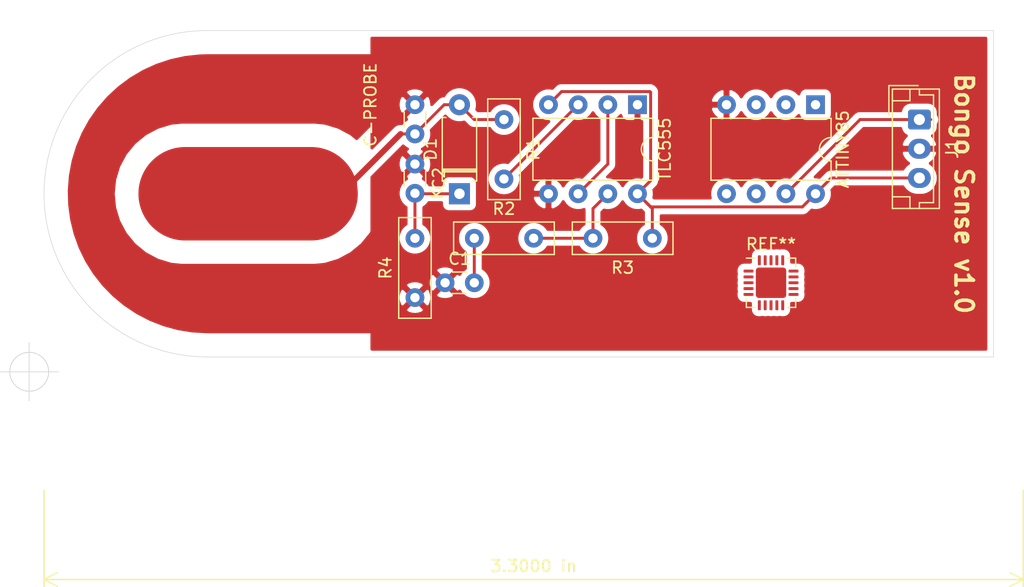
<source format=kicad_pcb>
(kicad_pcb (version 20171130) (host pcbnew "(5.1.5)-3")

  (general
    (thickness 1.6)
    (drawings 14)
    (tracks 38)
    (zones 0)
    (modules 12)
    (nets 15)
  )

  (page A4)
  (title_block
    (title "Bongo Soil Moisture Sensor")
    (rev 1.0)
    (company "Lapoulton (Pvt) Ltd")
  )

  (layers
    (0 F.Cu signal)
    (31 B.Cu signal)
    (33 F.Adhes user)
    (35 F.Paste user)
    (37 F.SilkS user)
    (38 B.Mask user)
    (39 F.Mask user)
    (40 Dwgs.User user)
    (41 Cmts.User user)
    (42 Eco1.User user)
    (43 Eco2.User user)
    (44 Edge.Cuts user)
    (45 Margin user)
    (46 B.CrtYd user)
    (47 F.CrtYd user)
    (49 F.Fab user)
  )

  (setup
    (last_trace_width 0.25)
    (trace_clearance 0.2)
    (zone_clearance 2)
    (zone_45_only no)
    (trace_min 0.2)
    (via_size 0.8)
    (via_drill 0.4)
    (via_min_size 0.4)
    (via_min_drill 0.3)
    (uvia_size 0.3)
    (uvia_drill 0.1)
    (uvias_allowed no)
    (uvia_min_size 0.2)
    (uvia_min_drill 0.1)
    (edge_width 0.05)
    (segment_width 0.2)
    (pcb_text_width 0.3)
    (pcb_text_size 1.5 1.5)
    (mod_edge_width 0.12)
    (mod_text_size 1 1)
    (mod_text_width 0.15)
    (pad_size 1.524 1.524)
    (pad_drill 0.762)
    (pad_to_mask_clearance 0.051)
    (solder_mask_min_width 0.25)
    (aux_axis_origin 13.97 44.45)
    (grid_origin 13.97 44.45)
    (visible_elements 7FFFFFFF)
    (pcbplotparams
      (layerselection 0x01000_7fffffff)
      (usegerberextensions false)
      (usegerberattributes false)
      (usegerberadvancedattributes false)
      (creategerberjobfile false)
      (excludeedgelayer true)
      (linewidth 0.100000)
      (plotframeref false)
      (viasonmask false)
      (mode 1)
      (useauxorigin false)
      (hpglpennumber 1)
      (hpglpenspeed 20)
      (hpglpendiameter 15.000000)
      (psnegative false)
      (psa4output false)
      (plotreference true)
      (plotvalue true)
      (plotinvisibletext false)
      (padsonsilk false)
      (subtractmaskfromsilk false)
      (outputformat 1)
      (mirror false)
      (drillshape 0)
      (scaleselection 1)
      (outputdirectory ""))
  )

  (net 0 "")
  (net 1 +3V3)
  (net 2 GND)
  (net 3 /1-Wire)
  (net 4 "Net-(U1-Pad3)")
  (net 5 "Net-(U1-Pad6)")
  (net 6 "Net-(U1-Pad2)")
  (net 7 "Net-(U1-Pad5)")
  (net 8 "Net-(U1-Pad1)")
  (net 9 "Net-(U2-Pad2)")
  (net 10 "Net-(C1-Pad2)")
  (net 11 "Net-(R1-Pad2)")
  (net 12 "Net-(R2-Pad2)")
  (net 13 "Net-(C2-Pad2)")
  (net 14 "Net-(C-PROBE1-Pad2)")

  (net_class Default "This is the default net class."
    (clearance 0.2)
    (trace_width 0.25)
    (via_dia 0.8)
    (via_drill 0.4)
    (uvia_dia 0.3)
    (uvia_drill 0.1)
    (add_net +3V3)
    (add_net /1-Wire)
    (add_net "Net-(C-PROBE1-Pad2)")
    (add_net "Net-(C1-Pad2)")
    (add_net "Net-(C2-Pad2)")
    (add_net "Net-(R1-Pad2)")
    (add_net "Net-(R2-Pad2)")
    (add_net "Net-(U1-Pad1)")
    (add_net "Net-(U1-Pad2)")
    (add_net "Net-(U1-Pad3)")
    (add_net "Net-(U1-Pad5)")
    (add_net "Net-(U1-Pad6)")
    (add_net "Net-(U2-Pad2)")
  )

  (net_class Ground ""
    (clearance 0.2)
    (trace_width 0.25)
    (via_dia 0.8)
    (via_drill 0.4)
    (uvia_dia 0.3)
    (uvia_drill 0.1)
    (add_net GND)
  )

  (module Package_DFN_QFN:QFN-20-1EP_4x4mm_P0.5mm_EP2.6x2.6mm (layer F.Cu) (tedit 5C1FE963) (tstamp 5FECB706)
    (at 77.47 36.83)
    (descr "QFN, 20 Pin (http://ww1.microchip.com/downloads/en/DeviceDoc/doc2535.pdf#page=164), generated with kicad-footprint-generator ipc_dfn_qfn_generator.py")
    (tags "QFN DFN_QFN")
    (attr smd)
    (fp_text reference REF** (at 0 -3.3) (layer F.SilkS)
      (effects (font (size 1 1) (thickness 0.15)))
    )
    (fp_text value QFN-20-1EP_4x4mm_P0.5mm_EP2.6x2.6mm (at 0 3.3) (layer F.Fab)
      (effects (font (size 1 1) (thickness 0.15)))
    )
    (fp_text user %R (at 0 0) (layer F.Fab)
      (effects (font (size 1 1) (thickness 0.15)))
    )
    (fp_line (start 2.6 -2.6) (end -2.6 -2.6) (layer F.CrtYd) (width 0.05))
    (fp_line (start 2.6 2.6) (end 2.6 -2.6) (layer F.CrtYd) (width 0.05))
    (fp_line (start -2.6 2.6) (end 2.6 2.6) (layer F.CrtYd) (width 0.05))
    (fp_line (start -2.6 -2.6) (end -2.6 2.6) (layer F.CrtYd) (width 0.05))
    (fp_line (start -2 -1) (end -1 -2) (layer F.Fab) (width 0.1))
    (fp_line (start -2 2) (end -2 -1) (layer F.Fab) (width 0.1))
    (fp_line (start 2 2) (end -2 2) (layer F.Fab) (width 0.1))
    (fp_line (start 2 -2) (end 2 2) (layer F.Fab) (width 0.1))
    (fp_line (start -1 -2) (end 2 -2) (layer F.Fab) (width 0.1))
    (fp_line (start -1.385 -2.11) (end -2.11 -2.11) (layer F.SilkS) (width 0.12))
    (fp_line (start 2.11 2.11) (end 2.11 1.385) (layer F.SilkS) (width 0.12))
    (fp_line (start 1.385 2.11) (end 2.11 2.11) (layer F.SilkS) (width 0.12))
    (fp_line (start -2.11 2.11) (end -2.11 1.385) (layer F.SilkS) (width 0.12))
    (fp_line (start -1.385 2.11) (end -2.11 2.11) (layer F.SilkS) (width 0.12))
    (fp_line (start 2.11 -2.11) (end 2.11 -1.385) (layer F.SilkS) (width 0.12))
    (fp_line (start 1.385 -2.11) (end 2.11 -2.11) (layer F.SilkS) (width 0.12))
    (pad 20 smd roundrect (at -1 -1.925) (size 0.25 0.85) (layers F.Cu F.Paste F.Mask) (roundrect_rratio 0.25))
    (pad 19 smd roundrect (at -0.5 -1.925) (size 0.25 0.85) (layers F.Cu F.Paste F.Mask) (roundrect_rratio 0.25))
    (pad 18 smd roundrect (at 0 -1.925) (size 0.25 0.85) (layers F.Cu F.Paste F.Mask) (roundrect_rratio 0.25))
    (pad 17 smd roundrect (at 0.5 -1.925) (size 0.25 0.85) (layers F.Cu F.Paste F.Mask) (roundrect_rratio 0.25))
    (pad 16 smd roundrect (at 1 -1.925) (size 0.25 0.85) (layers F.Cu F.Paste F.Mask) (roundrect_rratio 0.25))
    (pad 15 smd roundrect (at 1.925 -1) (size 0.85 0.25) (layers F.Cu F.Paste F.Mask) (roundrect_rratio 0.25))
    (pad 14 smd roundrect (at 1.925 -0.5) (size 0.85 0.25) (layers F.Cu F.Paste F.Mask) (roundrect_rratio 0.25))
    (pad 13 smd roundrect (at 1.925 0) (size 0.85 0.25) (layers F.Cu F.Paste F.Mask) (roundrect_rratio 0.25))
    (pad 12 smd roundrect (at 1.925 0.5) (size 0.85 0.25) (layers F.Cu F.Paste F.Mask) (roundrect_rratio 0.25))
    (pad 11 smd roundrect (at 1.925 1) (size 0.85 0.25) (layers F.Cu F.Paste F.Mask) (roundrect_rratio 0.25))
    (pad 10 smd roundrect (at 1 1.925) (size 0.25 0.85) (layers F.Cu F.Paste F.Mask) (roundrect_rratio 0.25))
    (pad 9 smd roundrect (at 0.5 1.925) (size 0.25 0.85) (layers F.Cu F.Paste F.Mask) (roundrect_rratio 0.25))
    (pad 8 smd roundrect (at 0 1.925) (size 0.25 0.85) (layers F.Cu F.Paste F.Mask) (roundrect_rratio 0.25))
    (pad 7 smd roundrect (at -0.5 1.925) (size 0.25 0.85) (layers F.Cu F.Paste F.Mask) (roundrect_rratio 0.25))
    (pad 6 smd roundrect (at -1 1.925) (size 0.25 0.85) (layers F.Cu F.Paste F.Mask) (roundrect_rratio 0.25))
    (pad 5 smd roundrect (at -1.925 1) (size 0.85 0.25) (layers F.Cu F.Paste F.Mask) (roundrect_rratio 0.25))
    (pad 4 smd roundrect (at -1.925 0.5) (size 0.85 0.25) (layers F.Cu F.Paste F.Mask) (roundrect_rratio 0.25))
    (pad 3 smd roundrect (at -1.925 0) (size 0.85 0.25) (layers F.Cu F.Paste F.Mask) (roundrect_rratio 0.25))
    (pad 2 smd roundrect (at -1.925 -0.5) (size 0.85 0.25) (layers F.Cu F.Paste F.Mask) (roundrect_rratio 0.25))
    (pad 1 smd roundrect (at -1.925 -1) (size 0.85 0.25) (layers F.Cu F.Paste F.Mask) (roundrect_rratio 0.25))
    (pad "" smd roundrect (at 0.65 0.65) (size 1.05 1.05) (layers F.Paste) (roundrect_rratio 0.238095))
    (pad "" smd roundrect (at 0.65 -0.65) (size 1.05 1.05) (layers F.Paste) (roundrect_rratio 0.238095))
    (pad "" smd roundrect (at -0.65 0.65) (size 1.05 1.05) (layers F.Paste) (roundrect_rratio 0.238095))
    (pad "" smd roundrect (at -0.65 -0.65) (size 1.05 1.05) (layers F.Paste) (roundrect_rratio 0.238095))
    (pad 21 smd roundrect (at 0 0) (size 2.6 2.6) (layers F.Cu F.Mask) (roundrect_rratio 0.096154))
    (model ${KISYS3DMOD}/Package_DFN_QFN.3dshapes/QFN-20-1EP_4x4mm_P0.5mm_EP2.6x2.6mm.wrl
      (at (xyz 0 0 0))
      (scale (xyz 1 1 1))
      (rotate (xyz 0 0 0))
    )
  )

  (module Diode_THT:D_A-405_P7.62mm_Horizontal (layer F.Cu) (tedit 5AE50CD5) (tstamp 5FEBAC89)
    (at 50.8 29.21 90)
    (descr "Diode, A-405 series, Axial, Horizontal, pin pitch=7.62mm, , length*diameter=5.2*2.7mm^2, , http://www.diodes.com/_files/packages/A-405.pdf")
    (tags "Diode A-405 series Axial Horizontal pin pitch 7.62mm  length 5.2mm diameter 2.7mm")
    (path /5FED762B)
    (fp_text reference D1 (at 3.81 -2.47 90) (layer F.SilkS)
      (effects (font (size 1 1) (thickness 0.15)))
    )
    (fp_text value D (at 3.81 2.47 90) (layer F.Fab)
      (effects (font (size 1 1) (thickness 0.15)))
    )
    (fp_text user K (at 0 -1.9 90) (layer F.SilkS)
      (effects (font (size 1 1) (thickness 0.15)))
    )
    (fp_text user K (at 0 -1.9 90) (layer F.Fab)
      (effects (font (size 1 1) (thickness 0.15)))
    )
    (fp_text user %R (at 4.2 0 90) (layer F.Fab)
      (effects (font (size 1 1) (thickness 0.15)))
    )
    (fp_line (start 8.77 -1.6) (end -1.15 -1.6) (layer F.CrtYd) (width 0.05))
    (fp_line (start 8.77 1.6) (end 8.77 -1.6) (layer F.CrtYd) (width 0.05))
    (fp_line (start -1.15 1.6) (end 8.77 1.6) (layer F.CrtYd) (width 0.05))
    (fp_line (start -1.15 -1.6) (end -1.15 1.6) (layer F.CrtYd) (width 0.05))
    (fp_line (start 1.87 -1.47) (end 1.87 1.47) (layer F.SilkS) (width 0.12))
    (fp_line (start 2.11 -1.47) (end 2.11 1.47) (layer F.SilkS) (width 0.12))
    (fp_line (start 1.99 -1.47) (end 1.99 1.47) (layer F.SilkS) (width 0.12))
    (fp_line (start 6.53 1.47) (end 6.53 1.14) (layer F.SilkS) (width 0.12))
    (fp_line (start 1.09 1.47) (end 6.53 1.47) (layer F.SilkS) (width 0.12))
    (fp_line (start 1.09 1.14) (end 1.09 1.47) (layer F.SilkS) (width 0.12))
    (fp_line (start 6.53 -1.47) (end 6.53 -1.14) (layer F.SilkS) (width 0.12))
    (fp_line (start 1.09 -1.47) (end 6.53 -1.47) (layer F.SilkS) (width 0.12))
    (fp_line (start 1.09 -1.14) (end 1.09 -1.47) (layer F.SilkS) (width 0.12))
    (fp_line (start 1.89 -1.35) (end 1.89 1.35) (layer F.Fab) (width 0.1))
    (fp_line (start 2.09 -1.35) (end 2.09 1.35) (layer F.Fab) (width 0.1))
    (fp_line (start 1.99 -1.35) (end 1.99 1.35) (layer F.Fab) (width 0.1))
    (fp_line (start 7.62 0) (end 6.41 0) (layer F.Fab) (width 0.1))
    (fp_line (start 0 0) (end 1.21 0) (layer F.Fab) (width 0.1))
    (fp_line (start 6.41 -1.35) (end 1.21 -1.35) (layer F.Fab) (width 0.1))
    (fp_line (start 6.41 1.35) (end 6.41 -1.35) (layer F.Fab) (width 0.1))
    (fp_line (start 1.21 1.35) (end 6.41 1.35) (layer F.Fab) (width 0.1))
    (fp_line (start 1.21 -1.35) (end 1.21 1.35) (layer F.Fab) (width 0.1))
    (pad 2 thru_hole oval (at 7.62 0 90) (size 1.8 1.8) (drill 0.9) (layers *.Cu *.Mask)
      (net 14 "Net-(C-PROBE1-Pad2)"))
    (pad 1 thru_hole rect (at 0 0 90) (size 1.8 1.8) (drill 0.9) (layers *.Cu *.Mask)
      (net 13 "Net-(C2-Pad2)"))
    (model ${KISYS3DMOD}/Diode_THT.3dshapes/D_A-405_P7.62mm_Horizontal.wrl
      (at (xyz 0 0 0))
      (scale (xyz 1 1 1))
      (rotate (xyz 0 0 0))
    )
  )

  (module Package_DIP:DIP-8_W7.62mm (layer F.Cu) (tedit 5A02E8C5) (tstamp 5FEB9FD8)
    (at 66.04 21.59 270)
    (descr "8-lead though-hole mounted DIP package, row spacing 7.62 mm (300 mils)")
    (tags "THT DIP DIL PDIP 2.54mm 7.62mm 300mil")
    (path /5FEB705B)
    (fp_text reference TLC555 (at 3.81 -2.33 90) (layer F.SilkS)
      (effects (font (size 1 1) (thickness 0.15)))
    )
    (fp_text value TLC555CP (at 3.81 9.95 90) (layer F.Fab)
      (effects (font (size 1 1) (thickness 0.15)))
    )
    (fp_line (start 8.7 -1.55) (end -1.1 -1.55) (layer F.CrtYd) (width 0.05))
    (fp_line (start 8.7 9.15) (end 8.7 -1.55) (layer F.CrtYd) (width 0.05))
    (fp_line (start -1.1 9.15) (end 8.7 9.15) (layer F.CrtYd) (width 0.05))
    (fp_line (start -1.1 -1.55) (end -1.1 9.15) (layer F.CrtYd) (width 0.05))
    (fp_line (start 6.46 -1.33) (end 4.81 -1.33) (layer F.SilkS) (width 0.12))
    (fp_line (start 6.46 8.95) (end 6.46 -1.33) (layer F.SilkS) (width 0.12))
    (fp_line (start 1.16 8.95) (end 6.46 8.95) (layer F.SilkS) (width 0.12))
    (fp_line (start 1.16 -1.33) (end 1.16 8.95) (layer F.SilkS) (width 0.12))
    (fp_line (start 2.81 -1.33) (end 1.16 -1.33) (layer F.SilkS) (width 0.12))
    (fp_line (start 0.635 -0.27) (end 1.635 -1.27) (layer F.Fab) (width 0.1))
    (fp_line (start 0.635 8.89) (end 0.635 -0.27) (layer F.Fab) (width 0.1))
    (fp_line (start 6.985 8.89) (end 0.635 8.89) (layer F.Fab) (width 0.1))
    (fp_line (start 6.985 -1.27) (end 6.985 8.89) (layer F.Fab) (width 0.1))
    (fp_line (start 1.635 -1.27) (end 6.985 -1.27) (layer F.Fab) (width 0.1))
    (fp_arc (start 3.81 -1.33) (end 2.81 -1.33) (angle -180) (layer F.SilkS) (width 0.12))
    (pad 8 thru_hole oval (at 7.62 0 270) (size 1.6 1.6) (drill 0.8) (layers *.Cu *.Mask)
      (net 1 +3V3))
    (pad 4 thru_hole oval (at 0 7.62 270) (size 1.6 1.6) (drill 0.8) (layers *.Cu *.Mask)
      (net 1 +3V3))
    (pad 7 thru_hole oval (at 7.62 2.54 270) (size 1.6 1.6) (drill 0.8) (layers *.Cu *.Mask)
      (net 12 "Net-(R2-Pad2)"))
    (pad 3 thru_hole oval (at 0 5.08 270) (size 1.6 1.6) (drill 0.8) (layers *.Cu *.Mask)
      (net 11 "Net-(R1-Pad2)"))
    (pad 6 thru_hole oval (at 7.62 5.08 270) (size 1.6 1.6) (drill 0.8) (layers *.Cu *.Mask)
      (net 9 "Net-(U2-Pad2)"))
    (pad 2 thru_hole oval (at 0 2.54 270) (size 1.6 1.6) (drill 0.8) (layers *.Cu *.Mask)
      (net 9 "Net-(U2-Pad2)"))
    (pad 5 thru_hole oval (at 7.62 7.62 270) (size 1.6 1.6) (drill 0.8) (layers *.Cu *.Mask)
      (net 2 GND))
    (pad 1 thru_hole rect (at 0 0 270) (size 1.6 1.6) (drill 0.8) (layers *.Cu *.Mask)
      (net 2 GND))
    (model ${KISYS3DMOD}/Package_DIP.3dshapes/DIP-8_W7.62mm.wrl
      (at (xyz 0 0 0))
      (scale (xyz 1 1 1))
      (rotate (xyz 0 0 0))
    )
  )

  (module Resistor_THT:R_Box_L8.4mm_W2.5mm_P5.08mm (layer F.Cu) (tedit 5AE5139B) (tstamp 5FEBB2FF)
    (at 46.99 38.1 90)
    (descr "Resistor, Box series, Radial, pin pitch=5.08mm, 0.5W = 1/2W, length*width=8.38*2.54mm^2, http://www.vishay.com/docs/60051/cns020.pdf")
    (tags "Resistor Box series Radial pin pitch 5.08mm 0.5W = 1/2W length 8.38mm width 2.54mm")
    (path /5FEDEBD3)
    (fp_text reference R4 (at 2.54 -2.52 90) (layer F.SilkS)
      (effects (font (size 1 1) (thickness 0.15)))
    )
    (fp_text value 1m (at 2.54 2.52 90) (layer F.Fab)
      (effects (font (size 1 1) (thickness 0.15)))
    )
    (fp_text user %R (at 2.54 0 90) (layer F.Fab)
      (effects (font (size 1 1) (thickness 0.15)))
    )
    (fp_line (start 6.98 -1.52) (end -1.91 -1.52) (layer F.CrtYd) (width 0.05))
    (fp_line (start 6.98 1.52) (end 6.98 -1.52) (layer F.CrtYd) (width 0.05))
    (fp_line (start -1.91 1.52) (end 6.98 1.52) (layer F.CrtYd) (width 0.05))
    (fp_line (start -1.91 -1.52) (end -1.91 1.52) (layer F.CrtYd) (width 0.05))
    (fp_line (start 6.85 -1.39) (end 6.85 1.39) (layer F.SilkS) (width 0.12))
    (fp_line (start -1.77 -1.39) (end -1.77 1.39) (layer F.SilkS) (width 0.12))
    (fp_line (start -1.77 1.39) (end 6.85 1.39) (layer F.SilkS) (width 0.12))
    (fp_line (start -1.77 -1.39) (end 6.85 -1.39) (layer F.SilkS) (width 0.12))
    (fp_line (start 6.73 -1.27) (end -1.65 -1.27) (layer F.Fab) (width 0.1))
    (fp_line (start 6.73 1.27) (end 6.73 -1.27) (layer F.Fab) (width 0.1))
    (fp_line (start -1.65 1.27) (end 6.73 1.27) (layer F.Fab) (width 0.1))
    (fp_line (start -1.65 -1.27) (end -1.65 1.27) (layer F.Fab) (width 0.1))
    (pad 2 thru_hole circle (at 5.08 0 90) (size 1.6 1.6) (drill 0.8) (layers *.Cu *.Mask)
      (net 13 "Net-(C2-Pad2)"))
    (pad 1 thru_hole circle (at 0 0 90) (size 1.6 1.6) (drill 0.8) (layers *.Cu *.Mask)
      (net 2 GND))
    (model ${KISYS3DMOD}/Resistor_THT.3dshapes/R_Box_L8.4mm_W2.5mm_P5.08mm.wrl
      (at (xyz 0 0 0))
      (scale (xyz 1 1 1))
      (rotate (xyz 0 0 0))
    )
  )

  (module Capacitor_THT:C_Disc_D3.0mm_W1.6mm_P2.50mm (layer F.Cu) (tedit 5AE50EF0) (tstamp 5FEBB204)
    (at 46.99 21.59 270)
    (descr "C, Disc series, Radial, pin pitch=2.50mm, , diameter*width=3.0*1.6mm^2, Capacitor, http://www.vishay.com/docs/45233/krseries.pdf")
    (tags "C Disc series Radial pin pitch 2.50mm  diameter 3.0mm width 1.6mm Capacitor")
    (path /5FEDB943)
    (fp_text reference C-PROBE (at 0 3.81 90) (layer F.SilkS)
      (effects (font (size 1 1) (thickness 0.15)))
    )
    (fp_text value 100p (at 1.25 2.05 90) (layer F.Fab)
      (effects (font (size 1 1) (thickness 0.15)))
    )
    (fp_text user %R (at 1.25 0 90) (layer F.Fab)
      (effects (font (size 0.6 0.6) (thickness 0.09)))
    )
    (fp_line (start 3.55 -1.05) (end -1.05 -1.05) (layer F.CrtYd) (width 0.05))
    (fp_line (start 3.55 1.05) (end 3.55 -1.05) (layer F.CrtYd) (width 0.05))
    (fp_line (start -1.05 1.05) (end 3.55 1.05) (layer F.CrtYd) (width 0.05))
    (fp_line (start -1.05 -1.05) (end -1.05 1.05) (layer F.CrtYd) (width 0.05))
    (fp_line (start 0.621 0.92) (end 1.879 0.92) (layer F.SilkS) (width 0.12))
    (fp_line (start 0.621 -0.92) (end 1.879 -0.92) (layer F.SilkS) (width 0.12))
    (fp_line (start 2.75 -0.8) (end -0.25 -0.8) (layer F.Fab) (width 0.1))
    (fp_line (start 2.75 0.8) (end 2.75 -0.8) (layer F.Fab) (width 0.1))
    (fp_line (start -0.25 0.8) (end 2.75 0.8) (layer F.Fab) (width 0.1))
    (fp_line (start -0.25 -0.8) (end -0.25 0.8) (layer F.Fab) (width 0.1))
    (pad 2 thru_hole circle (at 2.5 0 270) (size 1.6 1.6) (drill 0.8) (layers *.Cu *.Mask)
      (net 14 "Net-(C-PROBE1-Pad2)"))
    (pad 1 thru_hole circle (at 0 0 270) (size 1.6 1.6) (drill 0.8) (layers *.Cu *.Mask)
      (net 2 GND))
    (model ${KISYS3DMOD}/Capacitor_THT.3dshapes/C_Disc_D3.0mm_W1.6mm_P2.50mm.wrl
      (at (xyz 0 0 0))
      (scale (xyz 1 1 1))
      (rotate (xyz 0 0 0))
    )
  )

  (module Capacitor_THT:C_Disc_D3.0mm_W1.6mm_P2.50mm (layer F.Cu) (tedit 5AE50EF0) (tstamp 5FEBB1F3)
    (at 46.99 26.67 270)
    (descr "C, Disc series, Radial, pin pitch=2.50mm, , diameter*width=3.0*1.6mm^2, Capacitor, http://www.vishay.com/docs/45233/krseries.pdf")
    (tags "C Disc series Radial pin pitch 2.50mm  diameter 3.0mm width 1.6mm Capacitor")
    (path /5FEE0E3A)
    (fp_text reference C2 (at 1.25 -2.05 90) (layer F.SilkS)
      (effects (font (size 1 1) (thickness 0.15)))
    )
    (fp_text value 660p (at 1.25 2.05 90) (layer F.Fab)
      (effects (font (size 1 1) (thickness 0.15)))
    )
    (fp_text user %R (at 1.25 0 90) (layer F.Fab)
      (effects (font (size 0.6 0.6) (thickness 0.09)))
    )
    (fp_line (start 3.55 -1.05) (end -1.05 -1.05) (layer F.CrtYd) (width 0.05))
    (fp_line (start 3.55 1.05) (end 3.55 -1.05) (layer F.CrtYd) (width 0.05))
    (fp_line (start -1.05 1.05) (end 3.55 1.05) (layer F.CrtYd) (width 0.05))
    (fp_line (start -1.05 -1.05) (end -1.05 1.05) (layer F.CrtYd) (width 0.05))
    (fp_line (start 0.621 0.92) (end 1.879 0.92) (layer F.SilkS) (width 0.12))
    (fp_line (start 0.621 -0.92) (end 1.879 -0.92) (layer F.SilkS) (width 0.12))
    (fp_line (start 2.75 -0.8) (end -0.25 -0.8) (layer F.Fab) (width 0.1))
    (fp_line (start 2.75 0.8) (end 2.75 -0.8) (layer F.Fab) (width 0.1))
    (fp_line (start -0.25 0.8) (end 2.75 0.8) (layer F.Fab) (width 0.1))
    (fp_line (start -0.25 -0.8) (end -0.25 0.8) (layer F.Fab) (width 0.1))
    (pad 2 thru_hole circle (at 2.5 0 270) (size 1.6 1.6) (drill 0.8) (layers *.Cu *.Mask)
      (net 13 "Net-(C2-Pad2)"))
    (pad 1 thru_hole circle (at 0 0 270) (size 1.6 1.6) (drill 0.8) (layers *.Cu *.Mask)
      (net 2 GND))
    (model ${KISYS3DMOD}/Capacitor_THT.3dshapes/C_Disc_D3.0mm_W1.6mm_P2.50mm.wrl
      (at (xyz 0 0 0))
      (scale (xyz 1 1 1))
      (rotate (xyz 0 0 0))
    )
  )

  (module Resistor_THT:R_Box_L8.4mm_W2.5mm_P5.08mm (layer F.Cu) (tedit 5AE5139B) (tstamp 5FEBAD02)
    (at 67.31 33.02 180)
    (descr "Resistor, Box series, Radial, pin pitch=5.08mm, 0.5W = 1/2W, length*width=8.38*2.54mm^2, http://www.vishay.com/docs/60051/cns020.pdf")
    (tags "Resistor Box series Radial pin pitch 5.08mm 0.5W = 1/2W length 8.38mm width 2.54mm")
    (path /5FED0FAB)
    (fp_text reference R3 (at 2.54 -2.52) (layer F.SilkS)
      (effects (font (size 1 1) (thickness 0.15)))
    )
    (fp_text value 330 (at 2.54 2.52) (layer F.Fab)
      (effects (font (size 1 1) (thickness 0.15)))
    )
    (fp_text user %R (at 2.54 0) (layer F.Fab)
      (effects (font (size 1 1) (thickness 0.15)))
    )
    (fp_line (start 6.98 -1.52) (end -1.91 -1.52) (layer F.CrtYd) (width 0.05))
    (fp_line (start 6.98 1.52) (end 6.98 -1.52) (layer F.CrtYd) (width 0.05))
    (fp_line (start -1.91 1.52) (end 6.98 1.52) (layer F.CrtYd) (width 0.05))
    (fp_line (start -1.91 -1.52) (end -1.91 1.52) (layer F.CrtYd) (width 0.05))
    (fp_line (start 6.85 -1.39) (end 6.85 1.39) (layer F.SilkS) (width 0.12))
    (fp_line (start -1.77 -1.39) (end -1.77 1.39) (layer F.SilkS) (width 0.12))
    (fp_line (start -1.77 1.39) (end 6.85 1.39) (layer F.SilkS) (width 0.12))
    (fp_line (start -1.77 -1.39) (end 6.85 -1.39) (layer F.SilkS) (width 0.12))
    (fp_line (start 6.73 -1.27) (end -1.65 -1.27) (layer F.Fab) (width 0.1))
    (fp_line (start 6.73 1.27) (end 6.73 -1.27) (layer F.Fab) (width 0.1))
    (fp_line (start -1.65 1.27) (end 6.73 1.27) (layer F.Fab) (width 0.1))
    (fp_line (start -1.65 -1.27) (end -1.65 1.27) (layer F.Fab) (width 0.1))
    (pad 2 thru_hole circle (at 5.08 0 180) (size 1.6 1.6) (drill 0.8) (layers *.Cu *.Mask)
      (net 12 "Net-(R2-Pad2)"))
    (pad 1 thru_hole circle (at 0 0 180) (size 1.6 1.6) (drill 0.8) (layers *.Cu *.Mask)
      (net 1 +3V3))
    (model ${KISYS3DMOD}/Resistor_THT.3dshapes/R_Box_L8.4mm_W2.5mm_P5.08mm.wrl
      (at (xyz 0 0 0))
      (scale (xyz 1 1 1))
      (rotate (xyz 0 0 0))
    )
  )

  (module Resistor_THT:R_Box_L8.4mm_W2.5mm_P5.08mm (layer F.Cu) (tedit 5AE5139B) (tstamp 5FEBACEF)
    (at 52.07 33.02)
    (descr "Resistor, Box series, Radial, pin pitch=5.08mm, 0.5W = 1/2W, length*width=8.38*2.54mm^2, http://www.vishay.com/docs/60051/cns020.pdf")
    (tags "Resistor Box series Radial pin pitch 5.08mm 0.5W = 1/2W length 8.38mm width 2.54mm")
    (path /5FED1E82)
    (fp_text reference R2 (at 2.54 -2.52) (layer F.SilkS)
      (effects (font (size 1 1) (thickness 0.15)))
    )
    (fp_text value 1.6k (at 2.54 2.52) (layer F.Fab)
      (effects (font (size 1 1) (thickness 0.15)))
    )
    (fp_text user %R (at 2.54 0) (layer F.Fab)
      (effects (font (size 1 1) (thickness 0.15)))
    )
    (fp_line (start 6.98 -1.52) (end -1.91 -1.52) (layer F.CrtYd) (width 0.05))
    (fp_line (start 6.98 1.52) (end 6.98 -1.52) (layer F.CrtYd) (width 0.05))
    (fp_line (start -1.91 1.52) (end 6.98 1.52) (layer F.CrtYd) (width 0.05))
    (fp_line (start -1.91 -1.52) (end -1.91 1.52) (layer F.CrtYd) (width 0.05))
    (fp_line (start 6.85 -1.39) (end 6.85 1.39) (layer F.SilkS) (width 0.12))
    (fp_line (start -1.77 -1.39) (end -1.77 1.39) (layer F.SilkS) (width 0.12))
    (fp_line (start -1.77 1.39) (end 6.85 1.39) (layer F.SilkS) (width 0.12))
    (fp_line (start -1.77 -1.39) (end 6.85 -1.39) (layer F.SilkS) (width 0.12))
    (fp_line (start 6.73 -1.27) (end -1.65 -1.27) (layer F.Fab) (width 0.1))
    (fp_line (start 6.73 1.27) (end 6.73 -1.27) (layer F.Fab) (width 0.1))
    (fp_line (start -1.65 1.27) (end 6.73 1.27) (layer F.Fab) (width 0.1))
    (fp_line (start -1.65 -1.27) (end -1.65 1.27) (layer F.Fab) (width 0.1))
    (pad 2 thru_hole circle (at 5.08 0) (size 1.6 1.6) (drill 0.8) (layers *.Cu *.Mask)
      (net 12 "Net-(R2-Pad2)"))
    (pad 1 thru_hole circle (at 0 0) (size 1.6 1.6) (drill 0.8) (layers *.Cu *.Mask)
      (net 10 "Net-(C1-Pad2)"))
    (model ${KISYS3DMOD}/Resistor_THT.3dshapes/R_Box_L8.4mm_W2.5mm_P5.08mm.wrl
      (at (xyz 0 0 0))
      (scale (xyz 1 1 1))
      (rotate (xyz 0 0 0))
    )
  )

  (module Resistor_THT:R_Box_L8.4mm_W2.5mm_P5.08mm (layer F.Cu) (tedit 5AE5139B) (tstamp 5FEBACDC)
    (at 54.61 22.86 270)
    (descr "Resistor, Box series, Radial, pin pitch=5.08mm, 0.5W = 1/2W, length*width=8.38*2.54mm^2, http://www.vishay.com/docs/60051/cns020.pdf")
    (tags "Resistor Box series Radial pin pitch 5.08mm 0.5W = 1/2W length 8.38mm width 2.54mm")
    (path /5FED2E2E)
    (fp_text reference R1 (at 2.54 -2.52 90) (layer F.SilkS)
      (effects (font (size 1 1) (thickness 0.15)))
    )
    (fp_text value 10k (at 2.54 2.52 90) (layer F.Fab)
      (effects (font (size 1 1) (thickness 0.15)))
    )
    (fp_text user %R (at 2.54 0 90) (layer F.Fab)
      (effects (font (size 1 1) (thickness 0.15)))
    )
    (fp_line (start 6.98 -1.52) (end -1.91 -1.52) (layer F.CrtYd) (width 0.05))
    (fp_line (start 6.98 1.52) (end 6.98 -1.52) (layer F.CrtYd) (width 0.05))
    (fp_line (start -1.91 1.52) (end 6.98 1.52) (layer F.CrtYd) (width 0.05))
    (fp_line (start -1.91 -1.52) (end -1.91 1.52) (layer F.CrtYd) (width 0.05))
    (fp_line (start 6.85 -1.39) (end 6.85 1.39) (layer F.SilkS) (width 0.12))
    (fp_line (start -1.77 -1.39) (end -1.77 1.39) (layer F.SilkS) (width 0.12))
    (fp_line (start -1.77 1.39) (end 6.85 1.39) (layer F.SilkS) (width 0.12))
    (fp_line (start -1.77 -1.39) (end 6.85 -1.39) (layer F.SilkS) (width 0.12))
    (fp_line (start 6.73 -1.27) (end -1.65 -1.27) (layer F.Fab) (width 0.1))
    (fp_line (start 6.73 1.27) (end 6.73 -1.27) (layer F.Fab) (width 0.1))
    (fp_line (start -1.65 1.27) (end 6.73 1.27) (layer F.Fab) (width 0.1))
    (fp_line (start -1.65 -1.27) (end -1.65 1.27) (layer F.Fab) (width 0.1))
    (pad 2 thru_hole circle (at 5.08 0 270) (size 1.6 1.6) (drill 0.8) (layers *.Cu *.Mask)
      (net 11 "Net-(R1-Pad2)"))
    (pad 1 thru_hole circle (at 0 0 270) (size 1.6 1.6) (drill 0.8) (layers *.Cu *.Mask)
      (net 14 "Net-(C-PROBE1-Pad2)"))
    (model ${KISYS3DMOD}/Resistor_THT.3dshapes/R_Box_L8.4mm_W2.5mm_P5.08mm.wrl
      (at (xyz 0 0 0))
      (scale (xyz 1 1 1))
      (rotate (xyz 0 0 0))
    )
  )

  (module Capacitor_THT:C_Disc_D3.0mm_W1.6mm_P2.50mm (layer F.Cu) (tedit 5AE50EF0) (tstamp 5FEBAC6A)
    (at 49.57 36.83)
    (descr "C, Disc series, Radial, pin pitch=2.50mm, , diameter*width=3.0*1.6mm^2, Capacitor, http://www.vishay.com/docs/45233/krseries.pdf")
    (tags "C Disc series Radial pin pitch 2.50mm  diameter 3.0mm width 1.6mm Capacitor")
    (path /5FED50FB)
    (fp_text reference C1 (at 1.25 -2.05) (layer F.SilkS)
      (effects (font (size 1 1) (thickness 0.15)))
    )
    (fp_text value 660p (at 1.25 2.05) (layer F.Fab)
      (effects (font (size 1 1) (thickness 0.15)))
    )
    (fp_text user %R (at 1.25 0 270) (layer F.Fab)
      (effects (font (size 0.6 0.6) (thickness 0.09)))
    )
    (fp_line (start 3.55 -1.05) (end -1.05 -1.05) (layer F.CrtYd) (width 0.05))
    (fp_line (start 3.55 1.05) (end 3.55 -1.05) (layer F.CrtYd) (width 0.05))
    (fp_line (start -1.05 1.05) (end 3.55 1.05) (layer F.CrtYd) (width 0.05))
    (fp_line (start -1.05 -1.05) (end -1.05 1.05) (layer F.CrtYd) (width 0.05))
    (fp_line (start 0.621 0.92) (end 1.879 0.92) (layer F.SilkS) (width 0.12))
    (fp_line (start 0.621 -0.92) (end 1.879 -0.92) (layer F.SilkS) (width 0.12))
    (fp_line (start 2.75 -0.8) (end -0.25 -0.8) (layer F.Fab) (width 0.1))
    (fp_line (start 2.75 0.8) (end 2.75 -0.8) (layer F.Fab) (width 0.1))
    (fp_line (start -0.25 0.8) (end 2.75 0.8) (layer F.Fab) (width 0.1))
    (fp_line (start -0.25 -0.8) (end -0.25 0.8) (layer F.Fab) (width 0.1))
    (pad 2 thru_hole circle (at 2.5 0) (size 1.6 1.6) (drill 0.8) (layers *.Cu *.Mask)
      (net 10 "Net-(C1-Pad2)"))
    (pad 1 thru_hole circle (at 0 0) (size 1.6 1.6) (drill 0.8) (layers *.Cu *.Mask)
      (net 2 GND))
    (model ${KISYS3DMOD}/Capacitor_THT.3dshapes/C_Disc_D3.0mm_W1.6mm_P2.50mm.wrl
      (at (xyz 0 0 0))
      (scale (xyz 1 1 1))
      (rotate (xyz 0 0 0))
    )
  )

  (module Connector_JST:JST_EH_B3B-EH-A_1x03_P2.50mm_Vertical (layer F.Cu) (tedit 5C28142C) (tstamp 5FEBA14A)
    (at 90.17 22.86 270)
    (descr "JST EH series connector, B3B-EH-A (http://www.jst-mfg.com/product/pdf/eng/eEH.pdf), generated with kicad-footprint-generator")
    (tags "connector JST EH vertical")
    (path /5FEBB2A4)
    (fp_text reference J1 (at 2.5 -2.8 90) (layer F.SilkS)
      (effects (font (size 1 1) (thickness 0.15)))
    )
    (fp_text value Screw_Terminal_01x03 (at 2.54 -6.35 90) (layer F.Fab) hide
      (effects (font (size 1 1) (thickness 0.15)))
    )
    (fp_text user %R (at 2.5 1.5 90) (layer F.Fab)
      (effects (font (size 1 1) (thickness 0.15)))
    )
    (fp_line (start -2.91 2.61) (end -0.41 2.61) (layer F.Fab) (width 0.1))
    (fp_line (start -2.91 0.11) (end -2.91 2.61) (layer F.Fab) (width 0.1))
    (fp_line (start -2.91 2.61) (end -0.41 2.61) (layer F.SilkS) (width 0.12))
    (fp_line (start -2.91 0.11) (end -2.91 2.61) (layer F.SilkS) (width 0.12))
    (fp_line (start 6.61 0.81) (end 6.61 2.31) (layer F.SilkS) (width 0.12))
    (fp_line (start 7.61 0.81) (end 6.61 0.81) (layer F.SilkS) (width 0.12))
    (fp_line (start -1.61 0.81) (end -1.61 2.31) (layer F.SilkS) (width 0.12))
    (fp_line (start -2.61 0.81) (end -1.61 0.81) (layer F.SilkS) (width 0.12))
    (fp_line (start 7.11 0) (end 7.61 0) (layer F.SilkS) (width 0.12))
    (fp_line (start 7.11 -1.21) (end 7.11 0) (layer F.SilkS) (width 0.12))
    (fp_line (start -2.11 -1.21) (end 7.11 -1.21) (layer F.SilkS) (width 0.12))
    (fp_line (start -2.11 0) (end -2.11 -1.21) (layer F.SilkS) (width 0.12))
    (fp_line (start -2.61 0) (end -2.11 0) (layer F.SilkS) (width 0.12))
    (fp_line (start 7.61 -1.71) (end -2.61 -1.71) (layer F.SilkS) (width 0.12))
    (fp_line (start 7.61 2.31) (end 7.61 -1.71) (layer F.SilkS) (width 0.12))
    (fp_line (start -2.61 2.31) (end 7.61 2.31) (layer F.SilkS) (width 0.12))
    (fp_line (start -2.61 -1.71) (end -2.61 2.31) (layer F.SilkS) (width 0.12))
    (fp_line (start 8 -2.1) (end -3 -2.1) (layer F.CrtYd) (width 0.05))
    (fp_line (start 8 2.7) (end 8 -2.1) (layer F.CrtYd) (width 0.05))
    (fp_line (start -3 2.7) (end 8 2.7) (layer F.CrtYd) (width 0.05))
    (fp_line (start -3 -2.1) (end -3 2.7) (layer F.CrtYd) (width 0.05))
    (fp_line (start 7.5 -1.6) (end -2.5 -1.6) (layer F.Fab) (width 0.1))
    (fp_line (start 7.5 2.2) (end 7.5 -1.6) (layer F.Fab) (width 0.1))
    (fp_line (start -2.5 2.2) (end 7.5 2.2) (layer F.Fab) (width 0.1))
    (fp_line (start -2.5 -1.6) (end -2.5 2.2) (layer F.Fab) (width 0.1))
    (pad 3 thru_hole oval (at 5 0 270) (size 1.7 1.95) (drill 0.95) (layers *.Cu *.Mask)
      (net 1 +3V3))
    (pad 2 thru_hole oval (at 2.5 0 270) (size 1.7 1.95) (drill 0.95) (layers *.Cu *.Mask)
      (net 2 GND))
    (pad 1 thru_hole roundrect (at 0 0 270) (size 1.7 1.95) (drill 0.95) (layers *.Cu *.Mask) (roundrect_rratio 0.147059)
      (net 3 /1-Wire))
    (model ${KISYS3DMOD}/Connector_JST.3dshapes/JST_EH_B3B-EH-A_1x03_P2.50mm_Vertical.wrl
      (at (xyz 0 0 0))
      (scale (xyz 1 1 1))
      (rotate (xyz 0 0 0))
    )
  )

  (module Package_DIP:DIP-8_W7.62mm (layer F.Cu) (tedit 5A02E8C5) (tstamp 5FEB9C54)
    (at 81.28 21.59 270)
    (descr "8-lead though-hole mounted DIP package, row spacing 7.62 mm (300 mils)")
    (tags "THT DIP DIL PDIP 2.54mm 7.62mm 300mil")
    (path /5FEB4BA0)
    (fp_text reference ATTINY85 (at 3.81 -2.33 90) (layer F.SilkS)
      (effects (font (size 1 1) (thickness 0.15)))
    )
    (fp_text value ATtiny85-20PU (at 3.81 9.95 90) (layer F.Fab)
      (effects (font (size 1 1) (thickness 0.15)))
    )
    (fp_text user %R (at 3.81 3.81 90) (layer F.Fab)
      (effects (font (size 1 1) (thickness 0.15)))
    )
    (fp_line (start 8.7 -1.55) (end -1.1 -1.55) (layer F.CrtYd) (width 0.05))
    (fp_line (start 8.7 9.15) (end 8.7 -1.55) (layer F.CrtYd) (width 0.05))
    (fp_line (start -1.1 9.15) (end 8.7 9.15) (layer F.CrtYd) (width 0.05))
    (fp_line (start -1.1 -1.55) (end -1.1 9.15) (layer F.CrtYd) (width 0.05))
    (fp_line (start 6.46 -1.33) (end 4.81 -1.33) (layer F.SilkS) (width 0.12))
    (fp_line (start 6.46 8.95) (end 6.46 -1.33) (layer F.SilkS) (width 0.12))
    (fp_line (start 1.16 8.95) (end 6.46 8.95) (layer F.SilkS) (width 0.12))
    (fp_line (start 1.16 -1.33) (end 1.16 8.95) (layer F.SilkS) (width 0.12))
    (fp_line (start 2.81 -1.33) (end 1.16 -1.33) (layer F.SilkS) (width 0.12))
    (fp_line (start 0.635 -0.27) (end 1.635 -1.27) (layer F.Fab) (width 0.1))
    (fp_line (start 0.635 8.89) (end 0.635 -0.27) (layer F.Fab) (width 0.1))
    (fp_line (start 6.985 8.89) (end 0.635 8.89) (layer F.Fab) (width 0.1))
    (fp_line (start 6.985 -1.27) (end 6.985 8.89) (layer F.Fab) (width 0.1))
    (fp_line (start 1.635 -1.27) (end 6.985 -1.27) (layer F.Fab) (width 0.1))
    (fp_arc (start 3.81 -1.33) (end 2.81 -1.33) (angle -180) (layer F.SilkS) (width 0.12))
    (pad 8 thru_hole oval (at 7.62 0 270) (size 1.6 1.6) (drill 0.8) (layers *.Cu *.Mask)
      (net 1 +3V3))
    (pad 4 thru_hole oval (at 0 7.62 270) (size 1.6 1.6) (drill 0.8) (layers *.Cu *.Mask)
      (net 2 GND))
    (pad 7 thru_hole oval (at 7.62 2.54 270) (size 1.6 1.6) (drill 0.8) (layers *.Cu *.Mask)
      (net 3 /1-Wire))
    (pad 3 thru_hole oval (at 0 5.08 270) (size 1.6 1.6) (drill 0.8) (layers *.Cu *.Mask)
      (net 4 "Net-(U1-Pad3)"))
    (pad 6 thru_hole oval (at 7.62 5.08 270) (size 1.6 1.6) (drill 0.8) (layers *.Cu *.Mask)
      (net 5 "Net-(U1-Pad6)"))
    (pad 2 thru_hole oval (at 0 2.54 270) (size 1.6 1.6) (drill 0.8) (layers *.Cu *.Mask)
      (net 6 "Net-(U1-Pad2)"))
    (pad 5 thru_hole oval (at 7.62 7.62 270) (size 1.6 1.6) (drill 0.8) (layers *.Cu *.Mask)
      (net 7 "Net-(U1-Pad5)"))
    (pad 1 thru_hole rect (at 0 0 270) (size 1.6 1.6) (drill 0.8) (layers *.Cu *.Mask)
      (net 8 "Net-(U1-Pad1)"))
    (model ${KISYS3DMOD}/Package_DIP.3dshapes/DIP-8_W7.62mm.wrl
      (at (xyz 0 0 0))
      (scale (xyz 1 1 1))
      (rotate (xyz 0 0 0))
    )
  )

  (target plus (at 13.97 44.45) (size 5) (width 0.05) (layer Edge.Cuts))
  (target plus (at 13.97 44.45) (size 5) (width 0.05) (layer Edge.Cuts))
  (dimension 83.82 (width 0.12) (layer F.SilkS)
    (gr_text "83.820 mm" (at 57.15 63.5) (layer F.SilkS)
      (effects (font (size 1 1) (thickness 0.15)))
    )
    (feature1 (pts (xy 99.06 54.61) (xy 99.06 62.816421)))
    (feature2 (pts (xy 15.24 54.61) (xy 15.24 62.816421)))
    (crossbar (pts (xy 15.24 62.23) (xy 99.06 62.23)))
    (arrow1a (pts (xy 99.06 62.23) (xy 97.933496 62.816421)))
    (arrow1b (pts (xy 99.06 62.23) (xy 97.933496 61.643579)))
    (arrow2a (pts (xy 15.24 62.23) (xy 16.366504 62.816421)))
    (arrow2b (pts (xy 15.24 62.23) (xy 16.366504 61.643579)))
  )
  (gr_line (start 12.7 16.51) (end 12.7 17.78) (layer Margin) (width 0.15))
  (gr_line (start 12.7 12.7) (end 12.7 16.51) (layer Margin) (width 0.15))
  (gr_line (start 99.06 12.7) (end 12.7 12.7) (layer Margin) (width 0.15))
  (gr_line (start 99.06 44.45) (end 99.06 12.7) (layer Margin) (width 0.15))
  (gr_line (start 12.7 44.45) (end 99.06 44.45) (layer Margin) (width 0.15))
  (gr_line (start 12.7 13.97) (end 12.7 44.45) (layer Margin) (width 0.15))
  (gr_line (start 29.21 43.18) (end 96.52 43.18) (layer Edge.Cuts) (width 0.05) (tstamp 5FECBB9D))
  (gr_line (start 96.52 15.24) (end 29.21 15.24) (layer Edge.Cuts) (width 0.05) (tstamp 5FECBB9C))
  (gr_arc (start 29.21 29.21) (end 29.21 15.24) (angle -180) (layer Edge.Cuts) (width 0.05))
  (gr_line (start 96.52 15.24) (end 96.52 43.18) (layer Edge.Cuts) (width 0.05))
  (gr_text "Bongo Sense v1.0" (at 93.98 29.21 -90) (layer F.SilkS)
    (effects (font (size 1.5 1.5) (thickness 0.3)))
  )

  (segment (start 80.154999 30.335001) (end 80.480001 30.009999) (width 0.25) (layer F.Cu) (net 1))
  (segment (start 80.480001 30.009999) (end 81.28 29.21) (width 0.25) (layer F.Cu) (net 1))
  (segment (start 67.165001 30.335001) (end 80.154999 30.335001) (width 0.25) (layer F.Cu) (net 1))
  (segment (start 66.04 29.21) (end 67.165001 30.335001) (width 0.25) (layer F.Cu) (net 1))
  (segment (start 82.63 27.86) (end 81.28 29.21) (width 0.25) (layer F.Cu) (net 1))
  (segment (start 90.17 27.86) (end 82.63 27.86) (width 0.25) (layer F.Cu) (net 1))
  (segment (start 67.31 30.48) (end 66.04 29.21) (width 0.25) (layer F.Cu) (net 1))
  (segment (start 67.31 33.02) (end 67.31 30.48) (width 0.25) (layer F.Cu) (net 1))
  (segment (start 59.219999 20.790001) (end 58.42 21.59) (width 0.25) (layer F.Cu) (net 1))
  (segment (start 59.545001 20.464999) (end 59.219999 20.790001) (width 0.25) (layer F.Cu) (net 1))
  (segment (start 67.100001 20.464999) (end 59.545001 20.464999) (width 0.25) (layer F.Cu) (net 1))
  (segment (start 67.165001 20.529999) (end 67.100001 20.464999) (width 0.25) (layer F.Cu) (net 1))
  (segment (start 67.165001 28.084999) (end 67.165001 20.529999) (width 0.25) (layer F.Cu) (net 1))
  (segment (start 66.04 29.21) (end 67.165001 28.084999) (width 0.25) (layer F.Cu) (net 1))
  (segment (start 66.04 24.76641) (end 66.04 22.64) (width 0.25) (layer F.Cu) (net 2))
  (segment (start 66.04 22.64) (end 66.04 21.59) (width 0.25) (layer F.Cu) (net 2))
  (segment (start 91.145 22.86) (end 90.17 22.86) (width 0.25) (layer F.Cu) (net 3))
  (segment (start 85.09 22.86) (end 78.74 29.21) (width 0.25) (layer F.Cu) (net 3))
  (segment (start 90.17 22.86) (end 85.09 22.86) (width 0.25) (layer F.Cu) (net 3))
  (segment (start 63.5 26.67) (end 60.96 29.21) (width 0.25) (layer F.Cu) (net 9))
  (segment (start 63.5 21.59) (end 63.5 26.67) (width 0.25) (layer F.Cu) (net 9))
  (segment (start 52.07 36.79) (end 52.03 36.83) (width 0.25) (layer F.Cu) (net 10))
  (segment (start 52.07 33.02) (end 52.07 36.79) (width 0.25) (layer F.Cu) (net 10))
  (segment (start 60.96 21.59) (end 54.61 27.94) (width 0.25) (layer F.Cu) (net 11))
  (segment (start 62.23 30.48) (end 63.5 29.21) (width 0.25) (layer F.Cu) (net 12))
  (segment (start 62.23 33.02) (end 62.23 30.48) (width 0.25) (layer F.Cu) (net 12))
  (segment (start 62.23 33.02) (end 57.15 33.02) (width 0.25) (layer F.Cu) (net 12))
  (segment (start 46.99 33.02) (end 46.99 29.17) (width 0.25) (layer F.Cu) (net 13))
  (segment (start 47.03 29.21) (end 46.99 29.17) (width 0.25) (layer F.Cu) (net 13))
  (segment (start 50.8 29.21) (end 47.03 29.21) (width 0.25) (layer F.Cu) (net 13))
  (segment (start 52.07 22.86) (end 50.8 21.59) (width 0.25) (layer F.Cu) (net 14))
  (segment (start 54.61 22.86) (end 52.07 22.86) (width 0.25) (layer F.Cu) (net 14))
  (segment (start 49.49 21.59) (end 46.99 24.09) (width 0.25) (layer F.Cu) (net 14))
  (segment (start 50.8 21.59) (end 49.49 21.59) (width 0.25) (layer F.Cu) (net 14))
  (segment (start 46.99 24.09) (end 45.76 24.09) (width 0.25) (layer F.Cu) (net 14))
  (segment (start 45.76 24.09) (end 41.91 27.94) (width 0.5) (layer F.Cu) (net 14))
  (segment (start 41.91 27.94) (end 41.91 29.21) (width 0.25) (layer F.Cu) (net 14))
  (segment (start 27.32 29.21) (end 38.1 29.21) (width 8) (layer F.Cu) (net 14))

  (zone (net 2) (net_name GND) (layer F.Cu) (tstamp 5FECC3D2) (hatch edge 0.508)
    (connect_pads (clearance 0.508))
    (min_thickness 0.254)
    (fill yes (arc_segments 32) (thermal_gap 0.508) (thermal_bridge_width 0.508))
    (polygon
      (pts
        (xy 43.18 43.18) (xy 43.18 15.24) (xy 96.52 15.24) (xy 96.52 43.18)
      )
    )
    (filled_polygon
      (pts
        (xy 95.860001 42.52) (xy 43.307 42.52) (xy 43.307 39.092702) (xy 46.176903 39.092702) (xy 46.248486 39.336671)
        (xy 46.503996 39.457571) (xy 46.778184 39.5263) (xy 47.060512 39.540217) (xy 47.34013 39.498787) (xy 47.606292 39.403603)
        (xy 47.731514 39.336671) (xy 47.803097 39.092702) (xy 46.99 38.279605) (xy 46.176903 39.092702) (xy 43.307 39.092702)
        (xy 43.307 38.170512) (xy 45.549783 38.170512) (xy 45.591213 38.45013) (xy 45.686397 38.716292) (xy 45.753329 38.841514)
        (xy 45.997298 38.913097) (xy 46.810395 38.1) (xy 47.169605 38.1) (xy 47.982702 38.913097) (xy 48.226671 38.841514)
        (xy 48.347571 38.586004) (xy 48.4163 38.311816) (xy 48.430217 38.029488) (xy 48.399579 37.822702) (xy 48.756903 37.822702)
        (xy 48.828486 38.066671) (xy 49.083996 38.187571) (xy 49.358184 38.2563) (xy 49.640512 38.270217) (xy 49.92013 38.228787)
        (xy 50.186292 38.133603) (xy 50.311514 38.066671) (xy 50.383097 37.822702) (xy 49.57 37.009605) (xy 48.756903 37.822702)
        (xy 48.399579 37.822702) (xy 48.388787 37.74987) (xy 48.308173 37.52445) (xy 48.333329 37.571514) (xy 48.577298 37.643097)
        (xy 49.390395 36.83) (xy 49.749605 36.83) (xy 50.562702 37.643097) (xy 50.806671 37.571514) (xy 50.820324 37.542659)
        (xy 50.955363 37.744759) (xy 51.155241 37.944637) (xy 51.390273 38.10168) (xy 51.651426 38.209853) (xy 51.928665 38.265)
        (xy 52.211335 38.265) (xy 52.488574 38.209853) (xy 52.749727 38.10168) (xy 52.984759 37.944637) (xy 53.184637 37.744759)
        (xy 53.34168 37.509727) (xy 53.449853 37.248574) (xy 53.505 36.971335) (xy 53.505 36.688665) (xy 53.449853 36.411426)
        (xy 53.34168 36.150273) (xy 53.184637 35.915241) (xy 53.036896 35.7675) (xy 74.481928 35.7675) (xy 74.481928 35.8925)
        (xy 74.495389 36.029175) (xy 74.510807 36.08) (xy 74.495389 36.130825) (xy 74.481928 36.2675) (xy 74.481928 36.3925)
        (xy 74.495389 36.529175) (xy 74.510807 36.58) (xy 74.495389 36.630825) (xy 74.481928 36.7675) (xy 74.481928 36.8925)
        (xy 74.495389 37.029175) (xy 74.510807 37.08) (xy 74.495389 37.130825) (xy 74.481928 37.2675) (xy 74.481928 37.3925)
        (xy 74.495389 37.529175) (xy 74.510807 37.58) (xy 74.495389 37.630825) (xy 74.481928 37.7675) (xy 74.481928 37.8925)
        (xy 74.495389 38.029175) (xy 74.535256 38.160597) (xy 74.599996 38.281717) (xy 74.687121 38.387879) (xy 74.793283 38.475004)
        (xy 74.914403 38.539744) (xy 75.045825 38.579611) (xy 75.1825 38.593072) (xy 75.706928 38.593072) (xy 75.706928 39.1175)
        (xy 75.720389 39.254175) (xy 75.760256 39.385597) (xy 75.824996 39.506717) (xy 75.912121 39.612879) (xy 76.018283 39.700004)
        (xy 76.139403 39.764744) (xy 76.270825 39.804611) (xy 76.4075 39.818072) (xy 76.5325 39.818072) (xy 76.669175 39.804611)
        (xy 76.72 39.789193) (xy 76.770825 39.804611) (xy 76.9075 39.818072) (xy 77.0325 39.818072) (xy 77.169175 39.804611)
        (xy 77.22 39.789193) (xy 77.270825 39.804611) (xy 77.4075 39.818072) (xy 77.5325 39.818072) (xy 77.669175 39.804611)
        (xy 77.72 39.789193) (xy 77.770825 39.804611) (xy 77.9075 39.818072) (xy 78.0325 39.818072) (xy 78.169175 39.804611)
        (xy 78.22 39.789193) (xy 78.270825 39.804611) (xy 78.4075 39.818072) (xy 78.5325 39.818072) (xy 78.669175 39.804611)
        (xy 78.800597 39.764744) (xy 78.921717 39.700004) (xy 79.027879 39.612879) (xy 79.115004 39.506717) (xy 79.179744 39.385597)
        (xy 79.219611 39.254175) (xy 79.233072 39.1175) (xy 79.233072 38.593072) (xy 79.7575 38.593072) (xy 79.894175 38.579611)
        (xy 80.025597 38.539744) (xy 80.146717 38.475004) (xy 80.252879 38.387879) (xy 80.340004 38.281717) (xy 80.404744 38.160597)
        (xy 80.444611 38.029175) (xy 80.458072 37.8925) (xy 80.458072 37.7675) (xy 80.444611 37.630825) (xy 80.429193 37.58)
        (xy 80.444611 37.529175) (xy 80.458072 37.3925) (xy 80.458072 37.2675) (xy 80.444611 37.130825) (xy 80.429193 37.08)
        (xy 80.444611 37.029175) (xy 80.458072 36.8925) (xy 80.458072 36.7675) (xy 80.444611 36.630825) (xy 80.429193 36.58)
        (xy 80.444611 36.529175) (xy 80.458072 36.3925) (xy 80.458072 36.2675) (xy 80.444611 36.130825) (xy 80.429193 36.08)
        (xy 80.444611 36.029175) (xy 80.458072 35.8925) (xy 80.458072 35.7675) (xy 80.444611 35.630825) (xy 80.404744 35.499403)
        (xy 80.340004 35.378283) (xy 80.252879 35.272121) (xy 80.146717 35.184996) (xy 80.025597 35.120256) (xy 79.894175 35.080389)
        (xy 79.7575 35.066928) (xy 79.233072 35.066928) (xy 79.233072 34.5425) (xy 79.219611 34.405825) (xy 79.179744 34.274403)
        (xy 79.115004 34.153283) (xy 79.027879 34.047121) (xy 78.921717 33.959996) (xy 78.800597 33.895256) (xy 78.669175 33.855389)
        (xy 78.5325 33.841928) (xy 78.4075 33.841928) (xy 78.270825 33.855389) (xy 78.22 33.870807) (xy 78.169175 33.855389)
        (xy 78.0325 33.841928) (xy 77.9075 33.841928) (xy 77.770825 33.855389) (xy 77.72 33.870807) (xy 77.669175 33.855389)
        (xy 77.5325 33.841928) (xy 77.4075 33.841928) (xy 77.270825 33.855389) (xy 77.22 33.870807) (xy 77.169175 33.855389)
        (xy 77.0325 33.841928) (xy 76.9075 33.841928) (xy 76.770825 33.855389) (xy 76.72 33.870807) (xy 76.669175 33.855389)
        (xy 76.5325 33.841928) (xy 76.4075 33.841928) (xy 76.270825 33.855389) (xy 76.139403 33.895256) (xy 76.018283 33.959996)
        (xy 75.912121 34.047121) (xy 75.824996 34.153283) (xy 75.760256 34.274403) (xy 75.720389 34.405825) (xy 75.706928 34.5425)
        (xy 75.706928 35.066928) (xy 75.1825 35.066928) (xy 75.045825 35.080389) (xy 74.914403 35.120256) (xy 74.793283 35.184996)
        (xy 74.687121 35.272121) (xy 74.599996 35.378283) (xy 74.535256 35.499403) (xy 74.495389 35.630825) (xy 74.481928 35.7675)
        (xy 53.036896 35.7675) (xy 52.984759 35.715363) (xy 52.83 35.611957) (xy 52.83 34.238043) (xy 52.984759 34.134637)
        (xy 53.184637 33.934759) (xy 53.34168 33.699727) (xy 53.449853 33.438574) (xy 53.505 33.161335) (xy 53.505 32.878665)
        (xy 53.449853 32.601426) (xy 53.34168 32.340273) (xy 53.184637 32.105241) (xy 52.984759 31.905363) (xy 52.749727 31.74832)
        (xy 52.488574 31.640147) (xy 52.211335 31.585) (xy 51.928665 31.585) (xy 51.651426 31.640147) (xy 51.390273 31.74832)
        (xy 51.155241 31.905363) (xy 50.955363 32.105241) (xy 50.79832 32.340273) (xy 50.690147 32.601426) (xy 50.635 32.878665)
        (xy 50.635 33.161335) (xy 50.690147 33.438574) (xy 50.79832 33.699727) (xy 50.955363 33.934759) (xy 51.155241 34.134637)
        (xy 51.31 34.238044) (xy 51.310001 35.611956) (xy 51.155241 35.715363) (xy 50.955363 35.915241) (xy 50.821308 36.115869)
        (xy 50.806671 36.088486) (xy 50.562702 36.016903) (xy 49.749605 36.83) (xy 49.390395 36.83) (xy 48.577298 36.016903)
        (xy 48.333329 36.088486) (xy 48.212429 36.343996) (xy 48.1437 36.618184) (xy 48.129783 36.900512) (xy 48.171213 37.18013)
        (xy 48.251827 37.40555) (xy 48.226671 37.358486) (xy 47.982702 37.286903) (xy 47.169605 38.1) (xy 46.810395 38.1)
        (xy 45.997298 37.286903) (xy 45.753329 37.358486) (xy 45.632429 37.613996) (xy 45.5637 37.888184) (xy 45.549783 38.170512)
        (xy 43.307 38.170512) (xy 43.307 37.107298) (xy 46.176903 37.107298) (xy 46.99 37.920395) (xy 47.803097 37.107298)
        (xy 47.731514 36.863329) (xy 47.476004 36.742429) (xy 47.201816 36.6737) (xy 46.919488 36.659783) (xy 46.63987 36.701213)
        (xy 46.373708 36.796397) (xy 46.248486 36.863329) (xy 46.176903 37.107298) (xy 43.307 37.107298) (xy 43.307 35.837298)
        (xy 48.756903 35.837298) (xy 49.57 36.650395) (xy 50.383097 35.837298) (xy 50.311514 35.593329) (xy 50.056004 35.472429)
        (xy 49.781816 35.4037) (xy 49.499488 35.389783) (xy 49.21987 35.431213) (xy 48.953708 35.526397) (xy 48.828486 35.593329)
        (xy 48.756903 35.837298) (xy 43.307 35.837298) (xy 43.307 29.028665) (xy 45.555 29.028665) (xy 45.555 29.311335)
        (xy 45.610147 29.588574) (xy 45.71832 29.849727) (xy 45.875363 30.084759) (xy 46.075241 30.284637) (xy 46.230001 30.388044)
        (xy 46.23 31.801956) (xy 46.075241 31.905363) (xy 45.875363 32.105241) (xy 45.71832 32.340273) (xy 45.610147 32.601426)
        (xy 45.555 32.878665) (xy 45.555 33.161335) (xy 45.610147 33.438574) (xy 45.71832 33.699727) (xy 45.875363 33.934759)
        (xy 46.075241 34.134637) (xy 46.310273 34.29168) (xy 46.571426 34.399853) (xy 46.848665 34.455) (xy 47.131335 34.455)
        (xy 47.408574 34.399853) (xy 47.669727 34.29168) (xy 47.904759 34.134637) (xy 48.104637 33.934759) (xy 48.26168 33.699727)
        (xy 48.369853 33.438574) (xy 48.425 33.161335) (xy 48.425 32.878665) (xy 48.369853 32.601426) (xy 48.26168 32.340273)
        (xy 48.104637 32.105241) (xy 47.904759 31.905363) (xy 47.75 31.801957) (xy 47.75 30.388043) (xy 47.904759 30.284637)
        (xy 48.104637 30.084759) (xy 48.181316 29.97) (xy 49.261928 29.97) (xy 49.261928 30.11) (xy 49.274188 30.234482)
        (xy 49.310498 30.35418) (xy 49.369463 30.464494) (xy 49.448815 30.561185) (xy 49.545506 30.640537) (xy 49.65582 30.699502)
        (xy 49.775518 30.735812) (xy 49.9 30.748072) (xy 51.7 30.748072) (xy 51.824482 30.735812) (xy 51.94418 30.699502)
        (xy 52.054494 30.640537) (xy 52.151185 30.561185) (xy 52.230537 30.464494) (xy 52.289502 30.35418) (xy 52.325812 30.234482)
        (xy 52.338072 30.11) (xy 52.338072 29.55904) (xy 57.028091 29.55904) (xy 57.12293 29.823881) (xy 57.267615 30.065131)
        (xy 57.456586 30.273519) (xy 57.68258 30.441037) (xy 57.936913 30.561246) (xy 58.070961 30.601904) (xy 58.293 30.479915)
        (xy 58.293 29.337) (xy 57.149376 29.337) (xy 57.028091 29.55904) (xy 52.338072 29.55904) (xy 52.338072 28.31)
        (xy 52.325812 28.185518) (xy 52.289502 28.06582) (xy 52.230537 27.955506) (xy 52.151185 27.858815) (xy 52.077892 27.798665)
        (xy 53.175 27.798665) (xy 53.175 28.081335) (xy 53.230147 28.358574) (xy 53.33832 28.619727) (xy 53.495363 28.854759)
        (xy 53.695241 29.054637) (xy 53.930273 29.21168) (xy 54.191426 29.319853) (xy 54.468665 29.375) (xy 54.751335 29.375)
        (xy 55.028574 29.319853) (xy 55.289727 29.21168) (xy 55.524759 29.054637) (xy 55.718436 28.86096) (xy 57.028091 28.86096)
        (xy 57.149376 29.083) (xy 58.293 29.083) (xy 58.293 27.940085) (xy 58.070961 27.818096) (xy 57.936913 27.858754)
        (xy 57.68258 27.978963) (xy 57.456586 28.146481) (xy 57.267615 28.354869) (xy 57.12293 28.596119) (xy 57.028091 28.86096)
        (xy 55.718436 28.86096) (xy 55.724637 28.854759) (xy 55.88168 28.619727) (xy 55.989853 28.358574) (xy 56.045 28.081335)
        (xy 56.045 27.798665) (xy 56.008688 27.616113) (xy 60.636114 22.988688) (xy 60.818665 23.025) (xy 61.101335 23.025)
        (xy 61.378574 22.969853) (xy 61.639727 22.86168) (xy 61.874759 22.704637) (xy 62.074637 22.504759) (xy 62.23 22.272241)
        (xy 62.385363 22.504759) (xy 62.585241 22.704637) (xy 62.74 22.808044) (xy 62.740001 26.355196) (xy 61.283886 27.811312)
        (xy 61.101335 27.775) (xy 60.818665 27.775) (xy 60.541426 27.830147) (xy 60.280273 27.93832) (xy 60.045241 28.095363)
        (xy 59.845363 28.295241) (xy 59.68832 28.530273) (xy 59.683933 28.540865) (xy 59.572385 28.354869) (xy 59.383414 28.146481)
        (xy 59.15742 27.978963) (xy 58.903087 27.858754) (xy 58.769039 27.818096) (xy 58.547 27.940085) (xy 58.547 29.083)
        (xy 58.567 29.083) (xy 58.567 29.337) (xy 58.547 29.337) (xy 58.547 30.479915) (xy 58.769039 30.601904)
        (xy 58.903087 30.561246) (xy 59.15742 30.441037) (xy 59.383414 30.273519) (xy 59.572385 30.065131) (xy 59.683933 29.879135)
        (xy 59.68832 29.889727) (xy 59.845363 30.124759) (xy 60.045241 30.324637) (xy 60.280273 30.48168) (xy 60.541426 30.589853)
        (xy 60.818665 30.645) (xy 61.101335 30.645) (xy 61.378574 30.589853) (xy 61.470001 30.551983) (xy 61.47 31.801956)
        (xy 61.315241 31.905363) (xy 61.115363 32.105241) (xy 61.011957 32.26) (xy 58.368043 32.26) (xy 58.264637 32.105241)
        (xy 58.064759 31.905363) (xy 57.829727 31.74832) (xy 57.568574 31.640147) (xy 57.291335 31.585) (xy 57.008665 31.585)
        (xy 56.731426 31.640147) (xy 56.470273 31.74832) (xy 56.235241 31.905363) (xy 56.035363 32.105241) (xy 55.87832 32.340273)
        (xy 55.770147 32.601426) (xy 55.715 32.878665) (xy 55.715 33.161335) (xy 55.770147 33.438574) (xy 55.87832 33.699727)
        (xy 56.035363 33.934759) (xy 56.235241 34.134637) (xy 56.470273 34.29168) (xy 56.731426 34.399853) (xy 57.008665 34.455)
        (xy 57.291335 34.455) (xy 57.568574 34.399853) (xy 57.829727 34.29168) (xy 58.064759 34.134637) (xy 58.264637 33.934759)
        (xy 58.368043 33.78) (xy 61.011957 33.78) (xy 61.115363 33.934759) (xy 61.315241 34.134637) (xy 61.550273 34.29168)
        (xy 61.811426 34.399853) (xy 62.088665 34.455) (xy 62.371335 34.455) (xy 62.648574 34.399853) (xy 62.909727 34.29168)
        (xy 63.144759 34.134637) (xy 63.344637 33.934759) (xy 63.50168 33.699727) (xy 63.609853 33.438574) (xy 63.665 33.161335)
        (xy 63.665 32.878665) (xy 63.609853 32.601426) (xy 63.50168 32.340273) (xy 63.344637 32.105241) (xy 63.144759 31.905363)
        (xy 62.99 31.801957) (xy 62.99 30.794801) (xy 63.176114 30.608688) (xy 63.358665 30.645) (xy 63.641335 30.645)
        (xy 63.918574 30.589853) (xy 64.179727 30.48168) (xy 64.414759 30.324637) (xy 64.614637 30.124759) (xy 64.77 29.892241)
        (xy 64.925363 30.124759) (xy 65.125241 30.324637) (xy 65.360273 30.48168) (xy 65.621426 30.589853) (xy 65.898665 30.645)
        (xy 66.181335 30.645) (xy 66.363886 30.608688) (xy 66.550001 30.794803) (xy 66.55 31.801956) (xy 66.395241 31.905363)
        (xy 66.195363 32.105241) (xy 66.03832 32.340273) (xy 65.930147 32.601426) (xy 65.875 32.878665) (xy 65.875 33.161335)
        (xy 65.930147 33.438574) (xy 66.03832 33.699727) (xy 66.195363 33.934759) (xy 66.395241 34.134637) (xy 66.630273 34.29168)
        (xy 66.891426 34.399853) (xy 67.168665 34.455) (xy 67.451335 34.455) (xy 67.728574 34.399853) (xy 67.989727 34.29168)
        (xy 68.224759 34.134637) (xy 68.424637 33.934759) (xy 68.58168 33.699727) (xy 68.689853 33.438574) (xy 68.745 33.161335)
        (xy 68.745 32.878665) (xy 68.689853 32.601426) (xy 68.58168 32.340273) (xy 68.424637 32.105241) (xy 68.224759 31.905363)
        (xy 68.07 31.801957) (xy 68.07 31.095001) (xy 80.117677 31.095001) (xy 80.154999 31.098677) (xy 80.192321 31.095001)
        (xy 80.192332 31.095001) (xy 80.303985 31.084004) (xy 80.447246 31.040547) (xy 80.579275 30.969975) (xy 80.695 30.875002)
        (xy 80.718803 30.845998) (xy 80.956113 30.608688) (xy 81.138665 30.645) (xy 81.421335 30.645) (xy 81.698574 30.589853)
        (xy 81.959727 30.48168) (xy 82.194759 30.324637) (xy 82.394637 30.124759) (xy 82.55168 29.889727) (xy 82.659853 29.628574)
        (xy 82.715 29.351335) (xy 82.715 29.068665) (xy 82.678688 28.886114) (xy 82.944802 28.62) (xy 88.767405 28.62)
        (xy 88.804294 28.689014) (xy 88.989866 28.915134) (xy 89.215986 29.100706) (xy 89.473966 29.238599) (xy 89.753889 29.323513)
        (xy 89.97205 29.345) (xy 90.36795 29.345) (xy 90.586111 29.323513) (xy 90.866034 29.238599) (xy 91.124014 29.100706)
        (xy 91.350134 28.915134) (xy 91.535706 28.689014) (xy 91.673599 28.431034) (xy 91.758513 28.151111) (xy 91.787185 27.86)
        (xy 91.758513 27.568889) (xy 91.673599 27.288966) (xy 91.535706 27.030986) (xy 91.350134 26.804866) (xy 91.124014 26.619294)
        (xy 91.098278 26.605538) (xy 91.304429 26.449049) (xy 91.497496 26.231193) (xy 91.644352 25.979858) (xy 91.736476 25.71689)
        (xy 91.615155 25.487) (xy 90.297 25.487) (xy 90.297 25.507) (xy 90.043 25.507) (xy 90.043 25.487)
        (xy 88.724845 25.487) (xy 88.603524 25.71689) (xy 88.695648 25.979858) (xy 88.842504 26.231193) (xy 89.035571 26.449049)
        (xy 89.241722 26.605538) (xy 89.215986 26.619294) (xy 88.989866 26.804866) (xy 88.804294 27.030986) (xy 88.767405 27.1)
        (xy 82.667322 27.1) (xy 82.629999 27.096324) (xy 82.592676 27.1) (xy 82.592667 27.1) (xy 82.481014 27.110997)
        (xy 82.337753 27.154454) (xy 82.205724 27.225026) (xy 82.089999 27.319999) (xy 82.066201 27.348997) (xy 81.603886 27.811312)
        (xy 81.421335 27.775) (xy 81.249801 27.775) (xy 85.404802 23.62) (xy 88.572687 23.62) (xy 88.573992 23.633254)
        (xy 88.624528 23.79985) (xy 88.706595 23.953386) (xy 88.817038 24.087962) (xy 88.951614 24.198405) (xy 89.056961 24.254714)
        (xy 89.035571 24.270951) (xy 88.842504 24.488807) (xy 88.695648 24.740142) (xy 88.603524 25.00311) (xy 88.724845 25.233)
        (xy 90.043 25.233) (xy 90.043 25.213) (xy 90.297 25.213) (xy 90.297 25.233) (xy 91.615155 25.233)
        (xy 91.736476 25.00311) (xy 91.644352 24.740142) (xy 91.497496 24.488807) (xy 91.304429 24.270951) (xy 91.283039 24.254714)
        (xy 91.388386 24.198405) (xy 91.522962 24.087962) (xy 91.633405 23.953386) (xy 91.715472 23.79985) (xy 91.766008 23.633254)
        (xy 91.783072 23.46) (xy 91.783072 23.27848) (xy 91.850546 23.152247) (xy 91.894003 23.008986) (xy 91.908677 22.86)
        (xy 91.894003 22.711014) (xy 91.850546 22.567753) (xy 91.783072 22.44152) (xy 91.783072 22.26) (xy 91.766008 22.086746)
        (xy 91.715472 21.92015) (xy 91.633405 21.766614) (xy 91.522962 21.632038) (xy 91.388386 21.521595) (xy 91.23485 21.439528)
        (xy 91.068254 21.388992) (xy 90.895 21.371928) (xy 89.445 21.371928) (xy 89.271746 21.388992) (xy 89.10515 21.439528)
        (xy 88.951614 21.521595) (xy 88.817038 21.632038) (xy 88.706595 21.766614) (xy 88.624528 21.92015) (xy 88.573992 22.086746)
        (xy 88.572687 22.1) (xy 85.127322 22.1) (xy 85.089999 22.096324) (xy 85.052676 22.1) (xy 85.052667 22.1)
        (xy 84.941014 22.110997) (xy 84.799912 22.153799) (xy 84.797753 22.154454) (xy 84.665723 22.225026) (xy 84.582083 22.293668)
        (xy 84.549999 22.319999) (xy 84.526201 22.348997) (xy 79.063887 27.811312) (xy 78.881335 27.775) (xy 78.598665 27.775)
        (xy 78.321426 27.830147) (xy 78.060273 27.93832) (xy 77.825241 28.095363) (xy 77.625363 28.295241) (xy 77.47 28.527759)
        (xy 77.314637 28.295241) (xy 77.114759 28.095363) (xy 76.879727 27.93832) (xy 76.618574 27.830147) (xy 76.341335 27.775)
        (xy 76.058665 27.775) (xy 75.781426 27.830147) (xy 75.520273 27.93832) (xy 75.285241 28.095363) (xy 75.085363 28.295241)
        (xy 74.93 28.527759) (xy 74.774637 28.295241) (xy 74.574759 28.095363) (xy 74.339727 27.93832) (xy 74.078574 27.830147)
        (xy 73.801335 27.775) (xy 73.518665 27.775) (xy 73.241426 27.830147) (xy 72.980273 27.93832) (xy 72.745241 28.095363)
        (xy 72.545363 28.295241) (xy 72.38832 28.530273) (xy 72.280147 28.791426) (xy 72.225 29.068665) (xy 72.225 29.351335)
        (xy 72.269491 29.575001) (xy 67.479803 29.575001) (xy 67.438688 29.533886) (xy 67.475 29.351335) (xy 67.475 29.068665)
        (xy 67.438688 28.886114) (xy 67.676005 28.648797) (xy 67.705002 28.625) (xy 67.799975 28.509275) (xy 67.870547 28.377246)
        (xy 67.914004 28.233985) (xy 67.925001 28.122332) (xy 67.925001 28.122324) (xy 67.928677 28.084999) (xy 67.925001 28.047674)
        (xy 67.925001 21.93904) (xy 72.268091 21.93904) (xy 72.36293 22.203881) (xy 72.507615 22.445131) (xy 72.696586 22.653519)
        (xy 72.92258 22.821037) (xy 73.176913 22.941246) (xy 73.310961 22.981904) (xy 73.533 22.859915) (xy 73.533 21.717)
        (xy 72.389376 21.717) (xy 72.268091 21.93904) (xy 67.925001 21.93904) (xy 67.925001 21.24096) (xy 72.268091 21.24096)
        (xy 72.389376 21.463) (xy 73.533 21.463) (xy 73.533 20.320085) (xy 73.787 20.320085) (xy 73.787 21.463)
        (xy 73.807 21.463) (xy 73.807 21.717) (xy 73.787 21.717) (xy 73.787 22.859915) (xy 74.009039 22.981904)
        (xy 74.143087 22.941246) (xy 74.39742 22.821037) (xy 74.623414 22.653519) (xy 74.812385 22.445131) (xy 74.923933 22.259135)
        (xy 74.92832 22.269727) (xy 75.085363 22.504759) (xy 75.285241 22.704637) (xy 75.520273 22.86168) (xy 75.781426 22.969853)
        (xy 76.058665 23.025) (xy 76.341335 23.025) (xy 76.618574 22.969853) (xy 76.879727 22.86168) (xy 77.114759 22.704637)
        (xy 77.314637 22.504759) (xy 77.47 22.272241) (xy 77.625363 22.504759) (xy 77.825241 22.704637) (xy 78.060273 22.86168)
        (xy 78.321426 22.969853) (xy 78.598665 23.025) (xy 78.881335 23.025) (xy 79.158574 22.969853) (xy 79.419727 22.86168)
        (xy 79.654759 22.704637) (xy 79.853357 22.506039) (xy 79.854188 22.514482) (xy 79.890498 22.63418) (xy 79.949463 22.744494)
        (xy 80.028815 22.841185) (xy 80.125506 22.920537) (xy 80.23582 22.979502) (xy 80.355518 23.015812) (xy 80.48 23.028072)
        (xy 82.08 23.028072) (xy 82.204482 23.015812) (xy 82.32418 22.979502) (xy 82.434494 22.920537) (xy 82.531185 22.841185)
        (xy 82.610537 22.744494) (xy 82.669502 22.63418) (xy 82.705812 22.514482) (xy 82.718072 22.39) (xy 82.718072 20.79)
        (xy 82.705812 20.665518) (xy 82.669502 20.54582) (xy 82.610537 20.435506) (xy 82.531185 20.338815) (xy 82.434494 20.259463)
        (xy 82.32418 20.200498) (xy 82.204482 20.164188) (xy 82.08 20.151928) (xy 80.48 20.151928) (xy 80.355518 20.164188)
        (xy 80.23582 20.200498) (xy 80.125506 20.259463) (xy 80.028815 20.338815) (xy 79.949463 20.435506) (xy 79.890498 20.54582)
        (xy 79.854188 20.665518) (xy 79.853357 20.673961) (xy 79.654759 20.475363) (xy 79.419727 20.31832) (xy 79.158574 20.210147)
        (xy 78.881335 20.155) (xy 78.598665 20.155) (xy 78.321426 20.210147) (xy 78.060273 20.31832) (xy 77.825241 20.475363)
        (xy 77.625363 20.675241) (xy 77.47 20.907759) (xy 77.314637 20.675241) (xy 77.114759 20.475363) (xy 76.879727 20.31832)
        (xy 76.618574 20.210147) (xy 76.341335 20.155) (xy 76.058665 20.155) (xy 75.781426 20.210147) (xy 75.520273 20.31832)
        (xy 75.285241 20.475363) (xy 75.085363 20.675241) (xy 74.92832 20.910273) (xy 74.923933 20.920865) (xy 74.812385 20.734869)
        (xy 74.623414 20.526481) (xy 74.39742 20.358963) (xy 74.143087 20.238754) (xy 74.009039 20.198096) (xy 73.787 20.320085)
        (xy 73.533 20.320085) (xy 73.310961 20.198096) (xy 73.176913 20.238754) (xy 72.92258 20.358963) (xy 72.696586 20.526481)
        (xy 72.507615 20.734869) (xy 72.36293 20.976119) (xy 72.268091 21.24096) (xy 67.925001 21.24096) (xy 67.925001 20.567322)
        (xy 67.928677 20.529999) (xy 67.925001 20.492677) (xy 67.925001 20.492666) (xy 67.914004 20.381013) (xy 67.870547 20.237752)
        (xy 67.799975 20.105723) (xy 67.705002 19.989998) (xy 67.675998 19.966195) (xy 67.663805 19.954002) (xy 67.640002 19.924998)
        (xy 67.524277 19.830025) (xy 67.392248 19.759453) (xy 67.248987 19.715996) (xy 67.137334 19.704999) (xy 67.137323 19.704999)
        (xy 67.100001 19.701323) (xy 67.062679 19.704999) (xy 59.582323 19.704999) (xy 59.545 19.701323) (xy 59.507677 19.704999)
        (xy 59.507668 19.704999) (xy 59.396015 19.715996) (xy 59.252754 19.759453) (xy 59.120725 19.830025) (xy 59.005 19.924998)
        (xy 58.981197 19.954002) (xy 58.743887 20.191312) (xy 58.561335 20.155) (xy 58.278665 20.155) (xy 58.001426 20.210147)
        (xy 57.740273 20.31832) (xy 57.505241 20.475363) (xy 57.305363 20.675241) (xy 57.14832 20.910273) (xy 57.040147 21.171426)
        (xy 56.985 21.448665) (xy 56.985 21.731335) (xy 57.040147 22.008574) (xy 57.14832 22.269727) (xy 57.305363 22.504759)
        (xy 57.505241 22.704637) (xy 57.740273 22.86168) (xy 58.001426 22.969853) (xy 58.278665 23.025) (xy 58.450198 23.025)
        (xy 54.933887 26.541312) (xy 54.751335 26.505) (xy 54.468665 26.505) (xy 54.191426 26.560147) (xy 53.930273 26.66832)
        (xy 53.695241 26.825363) (xy 53.495363 27.025241) (xy 53.33832 27.260273) (xy 53.230147 27.521426) (xy 53.175 27.798665)
        (xy 52.077892 27.798665) (xy 52.054494 27.779463) (xy 51.94418 27.720498) (xy 51.824482 27.684188) (xy 51.7 27.671928)
        (xy 49.9 27.671928) (xy 49.775518 27.684188) (xy 49.65582 27.720498) (xy 49.545506 27.779463) (xy 49.448815 27.858815)
        (xy 49.369463 27.955506) (xy 49.310498 28.06582) (xy 49.274188 28.185518) (xy 49.261928 28.31) (xy 49.261928 28.45)
        (xy 48.234771 28.45) (xy 48.104637 28.255241) (xy 47.904759 28.055363) (xy 47.704131 27.921308) (xy 47.731514 27.906671)
        (xy 47.803097 27.662702) (xy 46.99 26.849605) (xy 46.176903 27.662702) (xy 46.248486 27.906671) (xy 46.277341 27.920324)
        (xy 46.075241 28.055363) (xy 45.875363 28.255241) (xy 45.71832 28.490273) (xy 45.610147 28.751426) (xy 45.555 29.028665)
        (xy 43.307 29.028665) (xy 43.307 27.794578) (xy 44.361066 26.740512) (xy 45.549783 26.740512) (xy 45.591213 27.02013)
        (xy 45.686397 27.286292) (xy 45.753329 27.411514) (xy 45.997298 27.483097) (xy 46.810395 26.67) (xy 47.169605 26.67)
        (xy 47.982702 27.483097) (xy 48.226671 27.411514) (xy 48.347571 27.156004) (xy 48.4163 26.881816) (xy 48.430217 26.599488)
        (xy 48.388787 26.31987) (xy 48.293603 26.053708) (xy 48.226671 25.928486) (xy 47.982702 25.856903) (xy 47.169605 26.67)
        (xy 46.810395 26.67) (xy 45.997298 25.856903) (xy 45.753329 25.928486) (xy 45.632429 26.183996) (xy 45.5637 26.458184)
        (xy 45.549783 26.740512) (xy 44.361066 26.740512) (xy 45.986091 25.115487) (xy 46.075241 25.204637) (xy 46.310273 25.36168)
        (xy 46.350984 25.378543) (xy 46.248486 25.433329) (xy 46.176903 25.677298) (xy 46.99 26.490395) (xy 47.803097 25.677298)
        (xy 47.731514 25.433329) (xy 47.621931 25.381478) (xy 47.669727 25.36168) (xy 47.904759 25.204637) (xy 48.104637 25.004759)
        (xy 48.26168 24.769727) (xy 48.369853 24.508574) (xy 48.425 24.231335) (xy 48.425 23.948665) (xy 48.388688 23.766114)
        (xy 49.59912 22.555682) (xy 49.607688 22.568505) (xy 49.821495 22.782312) (xy 50.072905 22.950299) (xy 50.352257 23.066011)
        (xy 50.648816 23.125) (xy 50.951184 23.125) (xy 51.20893 23.073731) (xy 51.506201 23.371003) (xy 51.529999 23.400001)
        (xy 51.645724 23.494974) (xy 51.777753 23.565546) (xy 51.921014 23.609003) (xy 52.032667 23.62) (xy 52.032676 23.62)
        (xy 52.069999 23.623676) (xy 52.107322 23.62) (xy 53.391957 23.62) (xy 53.495363 23.774759) (xy 53.695241 23.974637)
        (xy 53.930273 24.13168) (xy 54.191426 24.239853) (xy 54.468665 24.295) (xy 54.751335 24.295) (xy 55.028574 24.239853)
        (xy 55.289727 24.13168) (xy 55.524759 23.974637) (xy 55.724637 23.774759) (xy 55.88168 23.539727) (xy 55.989853 23.278574)
        (xy 56.045 23.001335) (xy 56.045 22.718665) (xy 55.989853 22.441426) (xy 55.88168 22.180273) (xy 55.724637 21.945241)
        (xy 55.524759 21.745363) (xy 55.289727 21.58832) (xy 55.028574 21.480147) (xy 54.751335 21.425) (xy 54.468665 21.425)
        (xy 54.191426 21.480147) (xy 53.930273 21.58832) (xy 53.695241 21.745363) (xy 53.495363 21.945241) (xy 53.391957 22.1)
        (xy 52.384802 22.1) (xy 52.283731 21.99893) (xy 52.335 21.741184) (xy 52.335 21.438816) (xy 52.276011 21.142257)
        (xy 52.160299 20.862905) (xy 51.992312 20.611495) (xy 51.778505 20.397688) (xy 51.527095 20.229701) (xy 51.247743 20.113989)
        (xy 50.951184 20.055) (xy 50.648816 20.055) (xy 50.352257 20.113989) (xy 50.072905 20.229701) (xy 49.821495 20.397688)
        (xy 49.607688 20.611495) (xy 49.462322 20.82905) (xy 49.452677 20.83) (xy 49.452667 20.83) (xy 49.341014 20.840997)
        (xy 49.197753 20.884454) (xy 49.065723 20.955026) (xy 49.00483 21.005) (xy 48.949999 21.049999) (xy 48.926201 21.078997)
        (xy 48.42734 21.577859) (xy 48.430217 21.519488) (xy 48.388787 21.23987) (xy 48.293603 20.973708) (xy 48.226671 20.848486)
        (xy 47.982702 20.776903) (xy 47.169605 21.59) (xy 47.183748 21.604143) (xy 47.004143 21.783748) (xy 46.99 21.769605)
        (xy 46.176903 22.582702) (xy 46.248486 22.826671) (xy 46.277341 22.840324) (xy 46.075241 22.975363) (xy 45.875363 23.175241)
        (xy 45.852267 23.209806) (xy 45.759999 23.200719) (xy 45.586509 23.217806) (xy 45.419686 23.268412) (xy 45.26594 23.35059)
        (xy 45.164953 23.433468) (xy 43.307 25.291421) (xy 43.307 21.660512) (xy 45.549783 21.660512) (xy 45.591213 21.94013)
        (xy 45.686397 22.206292) (xy 45.753329 22.331514) (xy 45.997298 22.403097) (xy 46.810395 21.59) (xy 45.997298 20.776903)
        (xy 45.753329 20.848486) (xy 45.632429 21.103996) (xy 45.5637 21.378184) (xy 45.549783 21.660512) (xy 43.307 21.660512)
        (xy 43.307 20.597298) (xy 46.176903 20.597298) (xy 46.99 21.410395) (xy 47.803097 20.597298) (xy 47.731514 20.353329)
        (xy 47.476004 20.232429) (xy 47.201816 20.1637) (xy 46.919488 20.149783) (xy 46.63987 20.191213) (xy 46.373708 20.286397)
        (xy 46.248486 20.353329) (xy 46.176903 20.597298) (xy 43.307 20.597298) (xy 43.307 15.9) (xy 95.86 15.9)
      )
    )
    (filled_polygon
      (pts
        (xy 66.167 21.463) (xy 66.187 21.463) (xy 66.187 21.717) (xy 66.167 21.717) (xy 66.167 22.86625)
        (xy 66.32575 23.025) (xy 66.405002 23.025473) (xy 66.405001 27.770197) (xy 66.363886 27.811312) (xy 66.181335 27.775)
        (xy 65.898665 27.775) (xy 65.621426 27.830147) (xy 65.360273 27.93832) (xy 65.125241 28.095363) (xy 64.925363 28.295241)
        (xy 64.77 28.527759) (xy 64.614637 28.295241) (xy 64.414759 28.095363) (xy 64.179727 27.93832) (xy 63.918574 27.830147)
        (xy 63.641335 27.775) (xy 63.469803 27.775) (xy 64.011008 27.233795) (xy 64.040001 27.210001) (xy 64.063795 27.181008)
        (xy 64.063799 27.181004) (xy 64.134973 27.094277) (xy 64.134974 27.094276) (xy 64.205546 26.962247) (xy 64.249003 26.818986)
        (xy 64.26 26.707333) (xy 64.26 26.707324) (xy 64.263676 26.670001) (xy 64.26 26.632678) (xy 64.26 22.808043)
        (xy 64.414759 22.704637) (xy 64.613357 22.506039) (xy 64.614188 22.514482) (xy 64.650498 22.63418) (xy 64.709463 22.744494)
        (xy 64.788815 22.841185) (xy 64.885506 22.920537) (xy 64.99582 22.979502) (xy 65.115518 23.015812) (xy 65.24 23.028072)
        (xy 65.75425 23.025) (xy 65.913 22.86625) (xy 65.913 21.717) (xy 65.893 21.717) (xy 65.893 21.463)
        (xy 65.913 21.463) (xy 65.913 21.443) (xy 66.167 21.443)
      )
    )
  )
  (zone (net 2) (net_name GND) (layer F.Cu) (tstamp 0) (hatch edge 0.508)
    (connect_pads (clearance 2))
    (min_thickness 0.254)
    (fill yes (arc_segments 32) (thermal_gap 0.508) (thermal_bridge_width 0.508))
    (polygon
      (pts
        (xy 44.45 44.45) (xy 13.97 44.45) (xy 13.97 13.97) (xy 44.45 13.97)
      )
    )
    (filled_polygon
      (pts
        (xy 44.323 22.194325) (xy 44.161777 22.326638) (xy 42.002153 24.486262) (xy 41.520449 24.090937) (xy 40.456046 23.522002)
        (xy 39.301102 23.171653) (xy 38.400991 23.083) (xy 27.019009 23.083) (xy 26.118898 23.171653) (xy 24.963954 23.522002)
        (xy 23.899551 24.090937) (xy 22.966595 24.856595) (xy 22.200937 25.789551) (xy 21.632002 26.853954) (xy 21.281653 28.008898)
        (xy 21.163355 29.21) (xy 21.281653 30.411102) (xy 21.632002 31.566046) (xy 22.200937 32.630449) (xy 22.966595 33.563405)
        (xy 23.899551 34.329063) (xy 24.963954 34.897998) (xy 26.118898 35.248347) (xy 27.019009 35.337) (xy 38.400991 35.337)
        (xy 39.301102 35.248347) (xy 40.456046 34.897998) (xy 41.520449 34.329063) (xy 42.453405 33.563405) (xy 43.219063 32.630449)
        (xy 43.787998 31.566046) (xy 44.138347 30.411102) (xy 44.176301 30.025751) (xy 44.323 30.379913) (xy 44.323 31.810086)
        (xy 44.175482 32.166225) (xy 44.063 32.731716) (xy 44.063 33.308284) (xy 44.175482 33.873775) (xy 44.323 34.229914)
        (xy 44.323 41.028) (xy 29.267299 41.028) (xy 27.954496 40.95805) (xy 26.713203 40.758116) (xy 25.500194 40.427412)
        (xy 24.329186 39.969677) (xy 23.213457 39.390101) (xy 22.16564 38.69525) (xy 21.197578 37.892977) (xy 20.32026 36.992384)
        (xy 19.543599 36.00365) (xy 18.876414 34.937999) (xy 18.326244 33.807482) (xy 17.899321 32.624896) (xy 17.600482 31.403643)
        (xy 17.43311 30.157547) (xy 17.399102 28.900717) (xy 17.498841 27.6474) (xy 17.731199 26.41177) (xy 18.093546 25.207822)
        (xy 18.581773 24.049207) (xy 19.190358 22.94903) (xy 19.912406 21.919751) (xy 20.739734 20.973037) (xy 21.662991 20.119585)
        (xy 22.671706 19.369081) (xy 23.754464 18.730014) (xy 24.899002 18.209623) (xy 26.092352 17.813805) (xy 27.32101 17.547037)
        (xy 28.599126 17.409318) (xy 29.239127 17.392) (xy 44.323 17.392)
      )
    )
  )
)

</source>
